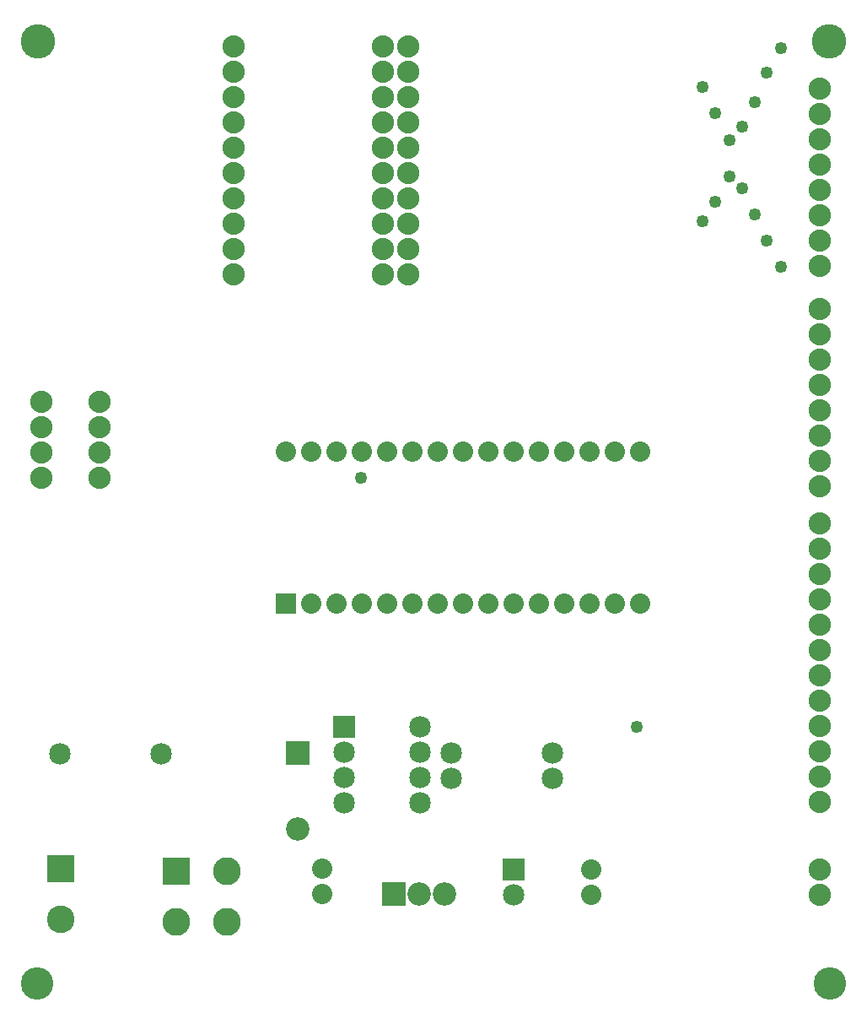
<source format=gbs>
G04 MADE WITH FRITZING*
G04 WWW.FRITZING.ORG*
G04 DOUBLE SIDED*
G04 HOLES PLATED*
G04 CONTOUR ON CENTER OF CONTOUR VECTOR*
%ASAXBY*%
%FSLAX23Y23*%
%MOIN*%
%OFA0B0*%
%SFA1.0B1.0*%
%ADD10C,0.110000*%
%ADD11C,0.080000*%
%ADD12C,0.085000*%
%ADD13C,0.092000*%
%ADD14C,0.088000*%
%ADD15C,0.049370*%
%ADD16C,0.135984*%
%ADD17C,0.128110*%
%ADD18C,0.109055*%
%ADD19R,0.110000X0.110000*%
%ADD20R,0.080000X0.079972*%
%ADD21R,0.085000X0.085000*%
%ADD22R,0.092000X0.092000*%
%ADD23R,0.109055X0.109055*%
%LNMASK0*%
G90*
G70*
G54D10*
X656Y550D03*
X856Y350D03*
X656Y350D03*
X856Y550D03*
G54D11*
X1087Y1607D03*
X1187Y1607D03*
X1287Y1607D03*
X1387Y1607D03*
X1487Y1607D03*
X1587Y1607D03*
X1687Y1607D03*
X1787Y1607D03*
X1887Y1607D03*
X1987Y1607D03*
X2087Y1607D03*
X2187Y1607D03*
X2287Y1607D03*
X2387Y1607D03*
X2487Y1607D03*
X1087Y2207D03*
X1187Y2207D03*
X1287Y2207D03*
X1387Y2207D03*
X1487Y2207D03*
X1587Y2207D03*
X1687Y2207D03*
X1787Y2207D03*
X1887Y2207D03*
X1987Y2207D03*
X2087Y2207D03*
X2187Y2207D03*
X2287Y2207D03*
X2387Y2207D03*
X2487Y2207D03*
X2295Y557D03*
X2295Y457D03*
X1233Y559D03*
X1233Y459D03*
G54D12*
X1989Y557D03*
X1989Y457D03*
X1318Y1118D03*
X1618Y1118D03*
X1318Y1018D03*
X1618Y1018D03*
X1318Y918D03*
X1618Y918D03*
X1318Y818D03*
X1618Y818D03*
X195Y1013D03*
X595Y1013D03*
G54D13*
X1134Y1014D03*
X1134Y716D03*
G54D12*
X1742Y914D03*
X2142Y914D03*
X1742Y1016D03*
X2142Y1016D03*
G54D13*
X1516Y459D03*
X1616Y459D03*
X1716Y459D03*
G54D14*
X3199Y2770D03*
X3199Y2670D03*
X3199Y2570D03*
X3199Y2470D03*
X3199Y2370D03*
X3199Y2270D03*
X3199Y2170D03*
X3199Y2070D03*
X3199Y3638D03*
X3199Y3538D03*
X3199Y3438D03*
X3199Y3338D03*
X3199Y3238D03*
X3199Y3138D03*
X3199Y3038D03*
X3199Y2938D03*
G54D15*
X1385Y2102D03*
X2474Y1118D03*
G54D14*
X3199Y1921D03*
X3199Y1821D03*
X3199Y1721D03*
X3199Y1621D03*
X3199Y1521D03*
X3199Y1421D03*
X3199Y1321D03*
X3199Y1221D03*
X3199Y1121D03*
X3199Y1021D03*
X3199Y921D03*
X3199Y821D03*
G54D15*
X2736Y3644D03*
X2785Y3542D03*
X2842Y3436D03*
X2893Y3245D03*
X2941Y3143D03*
X2989Y3038D03*
X3044Y2936D03*
X3044Y3800D03*
X2989Y3701D03*
X2941Y3587D03*
X2893Y3489D03*
X2842Y3293D03*
X2785Y3193D03*
X2736Y3114D03*
G54D14*
X3199Y555D03*
X3199Y455D03*
G54D16*
X3235Y3826D03*
G54D17*
X3239Y106D03*
X104Y106D03*
G54D16*
X108Y3826D03*
G54D18*
X200Y559D03*
X200Y359D03*
G54D14*
X1473Y3805D03*
X1473Y3705D03*
X1473Y3605D03*
X1473Y3505D03*
X1473Y3405D03*
X1473Y3305D03*
X1473Y3205D03*
X1473Y3105D03*
X1473Y3005D03*
X1473Y2905D03*
X1473Y3805D03*
X1473Y3705D03*
X1473Y3605D03*
X1473Y3505D03*
X1473Y3405D03*
X1473Y3305D03*
X1473Y3205D03*
X1473Y3105D03*
X1473Y3005D03*
X1473Y2905D03*
X1573Y2905D03*
X1573Y3005D03*
X1573Y3105D03*
X1573Y3205D03*
X1573Y3305D03*
X1573Y3405D03*
X1573Y3505D03*
X1573Y3605D03*
X1573Y3705D03*
X1573Y3805D03*
X882Y3805D03*
X882Y3705D03*
X882Y3605D03*
X882Y3505D03*
X882Y3405D03*
X882Y3305D03*
X882Y3205D03*
X882Y3105D03*
X882Y3005D03*
X882Y2905D03*
X353Y2402D03*
X353Y2302D03*
X353Y2202D03*
X353Y2102D03*
X122Y2402D03*
X122Y2302D03*
X122Y2202D03*
X122Y2102D03*
G54D19*
X656Y550D03*
G54D20*
X1087Y1607D03*
G54D21*
X1989Y557D03*
X1318Y1118D03*
G54D22*
X1134Y1015D03*
X1516Y459D03*
G54D23*
X200Y559D03*
G04 End of Mask0*
M02*
</source>
